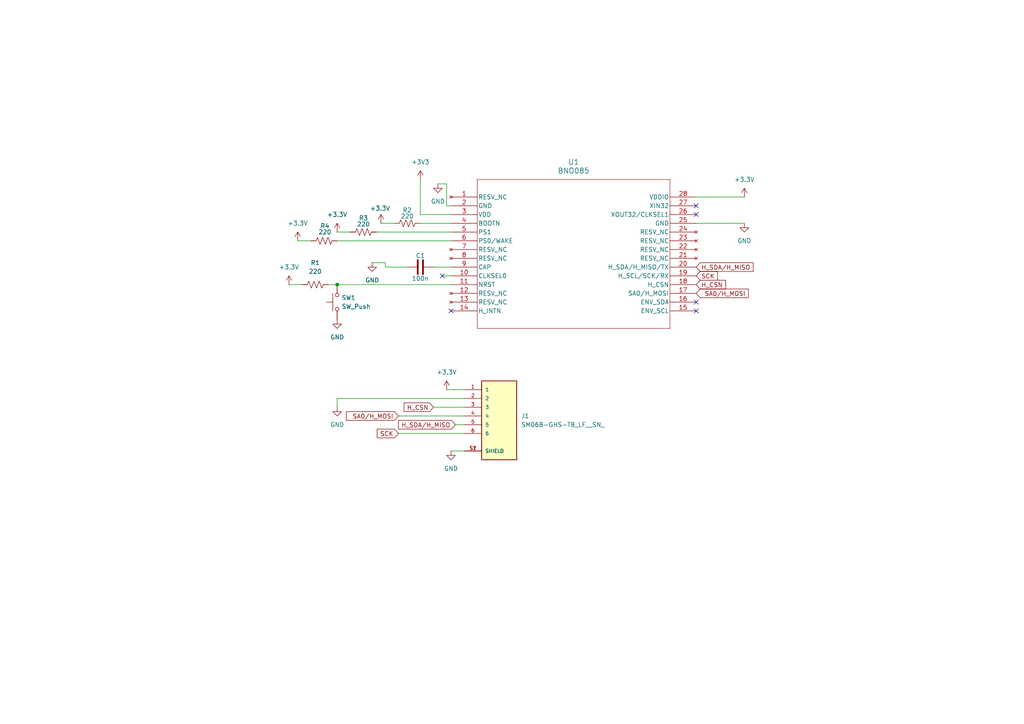
<source format=kicad_sch>
(kicad_sch (version 20231120) (generator "eeschema") (generator_version "8.0")
  (paper "A4")
  (lib_symbols
    (symbol "Device:C" (pin_numbers hide) (pin_names (offset 0.254))
      (property "Reference" "C" (at 0.635 2.54 0))
      (property "Value" "C" (at 0.635 -2.54 0))
      (symbol "C_0_1"
        (polyline (pts (xy -2.032 -0.762) (xy 2.032 -0.762)) (stroke (width 0.508)))
        (polyline (pts (xy -2.032 0.762) (xy 2.032 0.762)) (stroke (width 0.508)))
      )
      (symbol "C_1_1"
        (pin passive line (at 0 3.81 270) (length 2.794) (name "~") (number "1"))
        (pin passive line (at 0 -3.81 90) (length 2.794) (name "~") (number "2"))
      )
    )
    (symbol "Device:R_US" (pin_numbers hide) (pin_names (offset 0))
      (property "Reference" "R" (at 2.54 0 90))
      (property "Value" "R_US" (at -2.54 0 90))
      (symbol "R_US_0_1"
        (polyline (pts (xy 0 -2.286) (xy 0 -2.54)))
        (polyline (pts (xy 0 2.286) (xy 0 2.54)))
        (polyline (pts (xy 0 -0.762) (xy 1.016 -1.143) (xy 0 -1.524) (xy -1.016 -1.905) (xy 0 -2.286)))
        (polyline (pts (xy 0 0.762) (xy 1.016 0.381) (xy 0 0) (xy -1.016 -0.381) (xy 0 -0.762)))
        (polyline (pts (xy 0 2.286) (xy 1.016 1.905) (xy 0 1.524) (xy -1.016 1.143) (xy 0 0.762)))
      )
      (symbol "R_US_1_1"
        (pin passive line (at 0 3.81 270) (length 1.27) (name "~") (number "1"))
        (pin passive line (at 0 -3.81 90) (length 1.27) (name "~") (number "2"))
      )
    )
    (symbol "IMUBreakoutSymbols:BNO085" (pin_names (offset 0.254))
      (property "Reference" "U" (at 35.56 10.16 0))
      (property "Value" "BNO085" (at 35.56 7.62 0))
      (symbol "BNO085_0_1"
        (polyline (pts (xy 7.62 -38.1) (xy 63.5 -38.1)) (stroke (width 0.127)))
        (polyline (pts (xy 7.62 5.08) (xy 7.62 -38.1)) (stroke (width 0.127)))
        (polyline (pts (xy 63.5 -38.1) (xy 63.5 5.08)) (stroke (width 0.127)))
        (polyline (pts (xy 63.5 5.08) (xy 7.62 5.08)) (stroke (width 0.127)))
        (pin no_connect line (at 0 0 0) (length 7.62) (name "RESV_NC") (number "1"))
        (pin input line (at 0 -22.86 0) (length 7.62) (name "CLKSEL0") (number "10"))
        (pin input line (at 0 -25.4 0) (length 7.62) (name "NRST") (number "11"))
        (pin no_connect line (at 0 -27.94 0) (length 7.62) (name "RESV_NC") (number "12"))
        (pin no_connect line (at 0 -30.48 0) (length 7.62) (name "RESV_NC") (number "13"))
        (pin output line (at 0 -33.02 0) (length 7.62) (name "H_INTN") (number "14"))
        (pin bidirectional line (at 71.12 -33.02 180) (length 7.62) (name "ENV_SCL") (number "15"))
        (pin bidirectional line (at 71.12 -30.48 180) (length 7.62) (name "ENV_SDA") (number "16"))
        (pin input line (at 71.12 -27.94 180) (length 7.62) (name "SA0/H_MOSI") (number "17"))
        (pin input line (at 71.12 -25.4 180) (length 7.62) (name "H_CSN") (number "18"))
        (pin bidirectional line (at 71.12 -22.86 180) (length 7.62) (name "H_SCL/SCK/RX") (number "19"))
        (pin power_out line (at 0 -2.54 0) (length 7.62) (name "GND") (number "2"))
        (pin bidirectional line (at 71.12 -20.32 180) (length 7.62) (name "H_SDA/H_MISO/TX") (number "20"))
        (pin no_connect line (at 71.12 -17.78 180) (length 7.62) (name "RESV_NC") (number "21"))
        (pin no_connect line (at 71.12 -15.24 180) (length 7.62) (name "RESV_NC") (number "22"))
        (pin no_connect line (at 71.12 -12.7 180) (length 7.62) (name "RESV_NC") (number "23"))
        (pin no_connect line (at 71.12 -10.16 180) (length 7.62) (name "RESV_NC") (number "24"))
        (pin power_out line (at 71.12 -7.62 180) (length 7.62) (name "GND") (number "25"))
        (pin output line (at 71.12 -5.08 180) (length 7.62) (name "XOUT32/CLKSEL1") (number "26"))
        (pin input line (at 71.12 -2.54 180) (length 7.62) (name "XIN32") (number "27"))
        (pin power_in line (at 71.12 0 180) (length 7.62) (name "VDDIO") (number "28"))
        (pin power_in line (at 0 -5.08 0) (length 7.62) (name "VDD") (number "3"))
        (pin input line (at 0 -7.62 0) (length 7.62) (name "BOOTN") (number "4"))
        (pin input line (at 0 -10.16 0) (length 7.62) (name "PS1") (number "5"))
        (pin input line (at 0 -12.7 0) (length 7.62) (name "PS0/WAKE") (number "6"))
        (pin no_connect line (at 0 -15.24 0) (length 7.62) (name "RESV_NC") (number "7"))
        (pin no_connect line (at 0 -17.78 0) (length 7.62) (name "RESV_NC") (number "8"))
        (pin power_in line (at 0 -20.32 0) (length 7.62) (name "CAP") (number "9"))
      )
    )
    (symbol "IMUBreakoutSymbols:SM06B-GHS-TB_LF__SN_" (pin_names (offset 1.016))
      (property "Reference" "J" (at -5.08 11.43 0))
      (property "Value" "SM06B-GHS-TB_LF__SN_" (at -5.08 -15.24 0))
      (symbol "SM06B-GHS-TB_LF__SN__0_0"
        (rectangle (start -5.08 -12.7) (end 5.08 10.16) (stroke (width 0.254)) (fill (type background)))
        (pin passive line (at -10.16 7.62 0) (length 5.08) (name "1") (number "1"))
        (pin passive line (at -10.16 5.08 0) (length 5.08) (name "2") (number "2"))
        (pin passive line (at -10.16 2.54 0) (length 5.08) (name "3") (number "3"))
        (pin passive line (at -10.16 0 0) (length 5.08) (name "4") (number "4"))
        (pin passive line (at -10.16 -2.54 0) (length 5.08) (name "5") (number "5"))
        (pin passive line (at -10.16 -5.08 0) (length 5.08) (name "6") (number "6"))
        (pin passive line (at -10.16 -10.16 0) (length 5.08) (name "SHIELD") (number "S1"))
        (pin passive line (at -10.16 -10.16 0) (length 5.08) (name "SHIELD") (number "S2"))
      )
    )
    (symbol "Switch:SW_Push" (pin_numbers hide) (pin_names (offset 1.016) hide)
      (property "Reference" "SW" (at 1.27 2.54 0))
      (property "Value" "SW_Push" (at 0 -1.524 0))
      (symbol "SW_Push_0_1"
        (circle (center -2.032 0) (radius 0.508))
        (polyline (pts (xy 0 1.27) (xy 0 3.048)))
        (polyline (pts (xy 2.54 1.27) (xy -2.54 1.27)))
        (circle (center 2.032 0) (radius 0.508))
        (pin passive line (at -5.08 0 0) (length 2.54) (name "1") (number "1"))
        (pin passive line (at 5.08 0 180) (length 2.54) (name "2") (number "2"))
      )
    )
    (symbol "power:+3.3V" (power) (pin_numbers hide) (pin_names (offset 0) hide)
      (property "Value" "+3.3V" (at 0 3.556 0))
      (symbol "+3.3V_0_1"
        (polyline (pts (xy -0.762 1.27) (xy 0 2.54)))
        (polyline (pts (xy 0 0) (xy 0 2.54)))
        (polyline (pts (xy 0 2.54) (xy 0.762 1.27)))
      )
      (symbol "+3.3V_1_1"
        (pin power_in line (at 0 0 90) (length 0) (name "~") (number "1"))
      )
    )
    (symbol "power:+3V3" (power) (pin_numbers hide) (pin_names (offset 0) hide)
      (property "Value" "+3V3" (at 0 3.556 0))
      (symbol "+3V3_0_1"
        (polyline (pts (xy -0.762 1.27) (xy 0 2.54)))
        (polyline (pts (xy 0 0) (xy 0 2.54)))
        (polyline (pts (xy 0 2.54) (xy 0.762 1.27)))
      )
      (symbol "+3V3_1_1"
        (pin power_in line (at 0 0 90) (length 0) (name "~") (number "1"))
      )
    )
    (symbol "power:GND" (power) (pin_numbers hide) (pin_names (offset 0) hide)
      (property "Value" "GND" (at 0 -3.81 0))
      (symbol "GND_0_1"
        (polyline (pts (xy 0 0) (xy 0 -1.27) (xy 1.27 -1.27) (xy 0 -2.54) (xy -1.27 -1.27) (xy 0 -1.27)))
      )
      (symbol "GND_1_1"
        (pin power_in line (at 0 0 270) (length 0) (name "~") (number "1"))
      )
    )
  )
  (junction (at 97.79 82.55))
  (no_connect (at 128.27 80.01))
  (no_connect (at 130.81 90.17))
  (no_connect (at 201.93 87.63))
  (no_connect (at 201.93 62.23))
  (no_connect (at 201.93 90.17))
  (no_connect (at 201.93 59.69))
  (wire (pts (xy 95.25 82.55) (xy 97.79 82.55)))
  (wire (pts (xy 97.79 115.57) (xy 134.62 115.57)))
  (wire (pts (xy 107.95 76.2) (xy 111.76 76.2)))
  (wire (pts (xy 83.82 82.55) (xy 87.63 82.55)))
  (wire (pts (xy 110.49 64.77) (xy 114.3 64.77)))
  (wire (pts (xy 130.81 62.23) (xy 121.92 62.23)))
  (wire (pts (xy 109.22 67.31) (xy 130.81 67.31)))
  (wire (pts (xy 125.73 77.47) (xy 130.81 77.47)))
  (wire (pts (xy 115.57 120.65) (xy 134.62 120.65)))
  (wire (pts (xy 201.93 57.15) (xy 215.9 57.15)))
  (wire (pts (xy 127 53.34) (xy 129.54 53.34)))
  (wire (pts (xy 125.73 118.11) (xy 134.62 118.11)))
  (wire (pts (xy 121.92 52.07) (xy 121.92 62.23)))
  (wire (pts (xy 97.79 118.11) (xy 97.79 115.57)))
  (wire (pts (xy 111.76 76.2) (xy 111.76 77.47)))
  (wire (pts (xy 129.54 59.69) (xy 130.81 59.69)))
  (wire (pts (xy 97.79 82.55) (xy 130.81 82.55)))
  (wire (pts (xy 132.08 123.19) (xy 134.62 123.19)))
  (wire (pts (xy 97.79 67.31) (xy 101.6 67.31)))
  (wire (pts (xy 111.76 77.47) (xy 118.11 77.47)))
  (wire (pts (xy 130.81 130.81) (xy 134.62 130.81)))
  (wire (pts (xy 86.36 69.85) (xy 90.17 69.85)))
  (wire (pts (xy 201.93 64.77) (xy 215.9 64.77)))
  (wire (pts (xy 115.57 125.73) (xy 134.62 125.73)))
  (wire (pts (xy 97.79 69.85) (xy 130.81 69.85)))
  (wire (pts (xy 129.54 53.34) (xy 129.54 59.69)))
  (wire (pts (xy 128.27 80.01) (xy 130.81 80.01)))
  (wire (pts (xy 121.92 64.77) (xy 130.81 64.77)))
  (wire (pts (xy 129.54 113.03) (xy 134.62 113.03)))
  (global_label "H_SDA{slash}H_MISO" (shape input) (at 201.93 77.47 0) (property "Intersheetrefs" "${INTERSHEET_REFS}" (effects (hide yes))))
  (global_label "H_SDA{slash}H_MISO" (shape input) (at 132.08 123.19 180) (property "Intersheetrefs" "${INTERSHEET_REFS}" (effects (hide yes))))
  (global_label " SA0{slash}H_MOSI" (shape input) (at 201.93 85.09 0) (property "Intersheetrefs" "${INTERSHEET_REFS}" (effects (hide yes))))
  (global_label "SCK" (shape input) (at 115.57 125.73 180) (property "Intersheetrefs" "${INTERSHEET_REFS}" (effects (hide yes))))
  (global_label "SCK" (shape input) (at 201.93 80.01 0) (property "Intersheetrefs" "${INTERSHEET_REFS}" (effects (hide yes))))
  (global_label "H_CSN" (shape input) (at 125.73 118.11 180) (property "Intersheetrefs" "${INTERSHEET_REFS}" (effects (hide yes))))
  (global_label "H_CSN" (shape input) (at 201.93 82.55 0) (property "Intersheetrefs" "${INTERSHEET_REFS}" (effects (hide yes))))
  (global_label " SA0{slash}H_MOSI" (shape input) (at 115.57 120.65 180) (property "Intersheetrefs" "${INTERSHEET_REFS}" (effects (hide yes))))
  (symbol (lib_id "power:+3.3V") (at 83.82 82.55 0) (unit 1)
    (property "Reference" "#PWR09" (effects (hide yes)))
    (property "Value" "+3.3V" (at 83.82 77.47 0))
    (property "Description" "Power symbol creates a global label with name \"+3.3V\"" (effects (hide yes)))
  )
  (symbol (lib_id "Device:C") (at 121.92 77.47 90) (unit 1)
    (property "Reference" "C1" (at 121.92 74.168 90))
    (property "Value" "100n" (at 121.92 80.772 90))
    (property "Description" "Unpolarized capacitor" (effects (hide yes)))
  )
  (symbol (lib_id "power:GND") (at 127 53.34 0) (unit 1)
    (property "Reference" "#PWR01" (effects (hide yes)))
    (property "Value" "GND" (at 127 58.42 0))
    (property "Description" "Power symbol creates a global label with name \"GND\" , ground" (effects (hide yes)))
  )
  (symbol (lib_id "power:+3.3V") (at 129.54 113.03 0) (unit 1)
    (property "Reference" "#PWR06" (effects (hide yes)))
    (property "Value" "+3.3V" (at 129.54 107.95 0))
    (property "Description" "Power symbol creates a global label with name \"+3.3V\"" (effects (hide yes)))
  )
  (symbol (lib_id "power:+3.3V") (at 110.49 64.77 0) (unit 1)
    (property "Reference" "#PWR011" (effects (hide yes)))
    (property "Value" "+3.3V" (at 110.236 60.452 0))
    (property "Description" "Power symbol creates a global label with name \"+3.3V\"" (effects (hide yes)))
  )
  (symbol (lib_id "power:GND") (at 130.81 130.81 0) (unit 1)
    (property "Reference" "#PWR08" (effects (hide yes)))
    (property "Value" "GND" (at 130.81 135.89 0))
    (property "Description" "Power symbol creates a global label with name \"GND\" , ground" (effects (hide yes)))
  )
  (symbol (lib_id "power:+3.3V") (at 86.36 69.85 0) (unit 1)
    (property "Reference" "#PWR013" (effects (hide yes)))
    (property "Value" "+3.3V" (at 86.36 64.77 0))
    (property "Description" "Power symbol creates a global label with name \"+3.3V\"" (effects (hide yes)))
  )
  (symbol (lib_id "power:GND") (at 97.79 118.11 0) (unit 1)
    (property "Reference" "#PWR07" (effects (hide yes)))
    (property "Value" "GND" (at 97.79 123.19 0))
    (property "Description" "Power symbol creates a global label with name \"GND\" , ground" (effects (hide yes)))
  )
  (symbol (lib_id "power:+3.3V") (at 215.9 57.15 0) (unit 1)
    (property "Reference" "#PWR05" (effects (hide yes)))
    (property "Value" "+3.3V" (at 215.9 52.07 0))
    (property "Description" "Power symbol creates a global label with name \"+3.3V\"" (effects (hide yes)))
  )
  (symbol (lib_id "Device:R_US") (at 105.41 67.31 90) (unit 1)
    (property "Reference" "R3" (at 105.41 63.246 90))
    (property "Value" "220" (at 105.41 65.024 90))
    (property "Description" "Resistor, US symbol" (effects (hide yes)))
  )
  (symbol (lib_id "power:GND") (at 107.95 76.2 0) (unit 1)
    (property "Reference" "#PWR03" (effects (hide yes)))
    (property "Value" "GND" (at 107.95 81.28 0))
    (property "Description" "Power symbol creates a global label with name \"GND\" , ground" (effects (hide yes)))
  )
  (symbol (lib_id "power:+3V3") (at 121.92 52.07 0) (unit 1)
    (property "Reference" "#PWR02" (effects (hide yes)))
    (property "Value" "+3V3" (at 121.92 46.99 0))
    (property "Description" "Power symbol creates a global label with name \"+3V3\"" (effects (hide yes)))
  )
  (symbol (lib_id "power:GND") (at 215.9 64.77 0) (unit 1)
    (property "Reference" "#PWR04" (effects (hide yes)))
    (property "Value" "GND" (at 215.9 69.85 0))
    (property "Description" "Power symbol creates a global label with name \"GND\" , ground" (effects (hide yes)))
  )
  (symbol (lib_id "IMUBreakoutSymbols:SM06B-GHS-TB_LF__SN_") (at 144.78 120.65 0) (unit 1)
    (property "Reference" "J1" (at 151.13 120.6499 0) (effects (justify left)))
    (property "Value" "SM06B-GHS-TB_LF__SN_" (at 151.13 123.1899 0) (effects (justify left)))
    (property "Footprint" "SM06B-GHS-TB_LF__SN_:JST_SM06B-GHS-TB_LF__SN_" (effects (hide yes)))
    (property "MF" "JST Sales America Inc." (effects (hide yes)))
    (property "MAXIMUM_PACKAGE_HEIGHT" "4.25mm" (effects (hide yes)))
    (property "Package" "None" (effects (hide yes)))
    (property "Price" "None" (effects (hide yes)))
    (property "Check_prices" "https://www.snapeda.com/parts/SM06B-GHS-TB(LF)(SN)/JST+Sales+America+Inc./view-part/?ref=eda" (effects (hide yes)))
    (property "STANDARD" "Manufacturer Recommendations" (effects (hide yes)))
    (property "PARTREV" "N/A" (effects (hide yes)))
    (property "SnapEDA_Link" "https://www.snapeda.com/parts/SM06B-GHS-TB(LF)(SN)/JST+Sales+America+Inc./view-part/?ref=snap" (effects (hide yes)))
    (property "MP" "SM06B-GHS-TB(LF)(SN)" (effects (hide yes)))
    (property "Description_1" "\nConnector Header Surface Mount, Right Angle 6 position 0.049 (1.25mm)\n" (effects (hide yes)))
    (property "Availability" "In Stock" (effects (hide yes)))
    (property "MANUFACTURER" "JST" (effects (hide yes)))
  )
  (symbol (lib_id "IMUBreakoutSymbols:BNO085") (at 130.81 57.15 0) (unit 1)
    (property "Reference" "U1" (at 166.37 46.99 0) (effects (font (size 1.524 1.524))))
    (property "Value" "BNO085" (at 166.37 49.53 0) (effects (font (size 1.524 1.524))))
    (property "Footprint" "LGA-28_CEV" (effects (hide yes)))
    (property "Datasheet" "BNO085" (effects (hide yes)))
  )
  (symbol (lib_id "power:+3.3V") (at 97.79 67.31 0) (unit 1)
    (property "Reference" "#PWR012" (effects (hide yes)))
    (property "Value" "+3.3V" (at 97.79 62.23 0))
    (property "Description" "Power symbol creates a global label with name \"+3.3V\"" (effects (hide yes)))
  )
  (symbol (lib_id "Device:R_US") (at 118.11 64.77 90) (unit 1)
    (property "Reference" "R2" (at 118.11 60.96 90))
    (property "Value" "220" (at 118.11 62.738 90))
    (property "Description" "Resistor, US symbol" (effects (hide yes)))
  )
  (symbol (lib_id "Device:R_US") (at 93.98 69.85 90) (unit 1)
    (property "Reference" "R4" (at 94.234 65.532 90))
    (property "Value" "220" (at 94.234 67.31 90))
    (property "Description" "Resistor, US symbol" (effects (hide yes)))
  )
  (symbol (lib_id "power:GND") (at 97.79 92.71 0) (unit 1)
    (property "Reference" "#PWR010" (effects (hide yes)))
    (property "Value" "GND" (at 97.79 97.79 0))
    (property "Description" "Power symbol creates a global label with name \"GND\" , ground" (effects (hide yes)))
  )
  (symbol (lib_id "Device:R_US") (at 91.44 82.55 90) (unit 1)
    (property "Reference" "R1" (at 91.44 76.2 90))
    (property "Value" "220" (at 91.44 78.74 90))
    (property "Description" "Resistor, US symbol" (effects (hide yes)))
  )
  (symbol (lib_id "Switch:SW_Push") (at 97.79 87.63 90) (unit 1)
    (property "Reference" "SW1" (at 99.06 86.3599 90) (effects (justify right)))
    (property "Value" "SW_Push" (at 99.06 88.8999 90) (effects (justify right)))
    (property "Description" "Push button switch, generic, two pins" (effects (hide yes)))
  )
)
</source>
